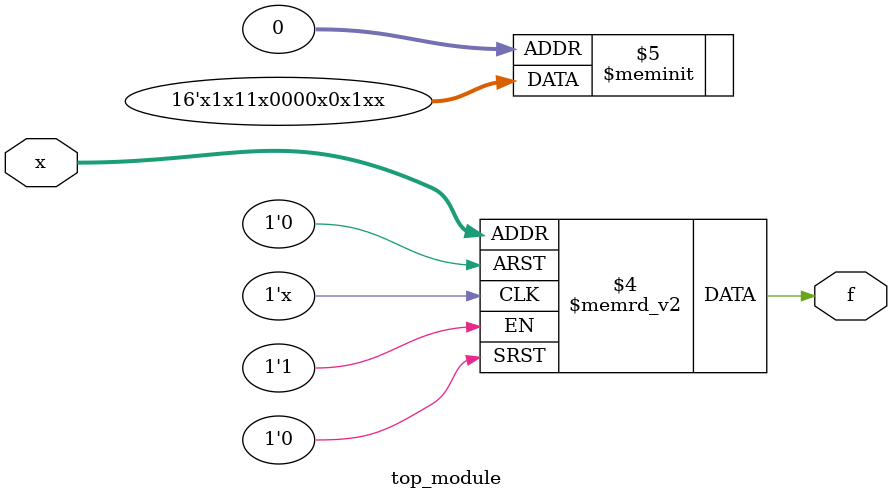
<source format=sv>
module top_module (
	input [4:1] x,
	output logic f
);

	always_comb begin
		case(x)
			4'h0, 4'h1, 4'h3, 4'h5, 4'hd, 4'hf: f = 1'bx;
			4'h2, 4'hb, 4'hc, 4'he: f = 1;
			4'h4, 4'h6: f = 0;
			4'h7, 4'h8, 4'h9: f = 1'b0;
		endcase
	end

endmodule

</source>
